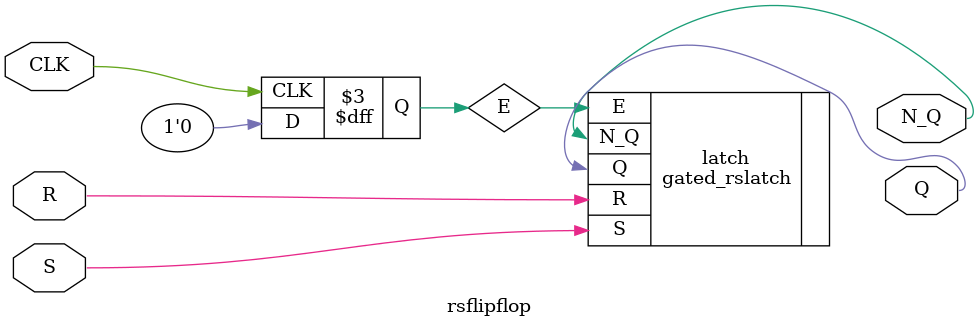
<source format=v>
`timescale 1ns / 1ps

module rsflipflop(
    input R,
    input S,
    input CLK,
    output Q,
    output N_Q
    );
	 wire q, n_q;
	 reg E;
	 
	 gated_rslatch latch(
		.R(R),
		.S(S),
		.E(E),
		.Q(Q),
		.N_Q(N_Q)
	 );
	 initial begin E <= 0; end
	 always @(negedge CLK) begin
		E <= 1;
		#5;
		E <= 0;
	 end


endmodule

</source>
